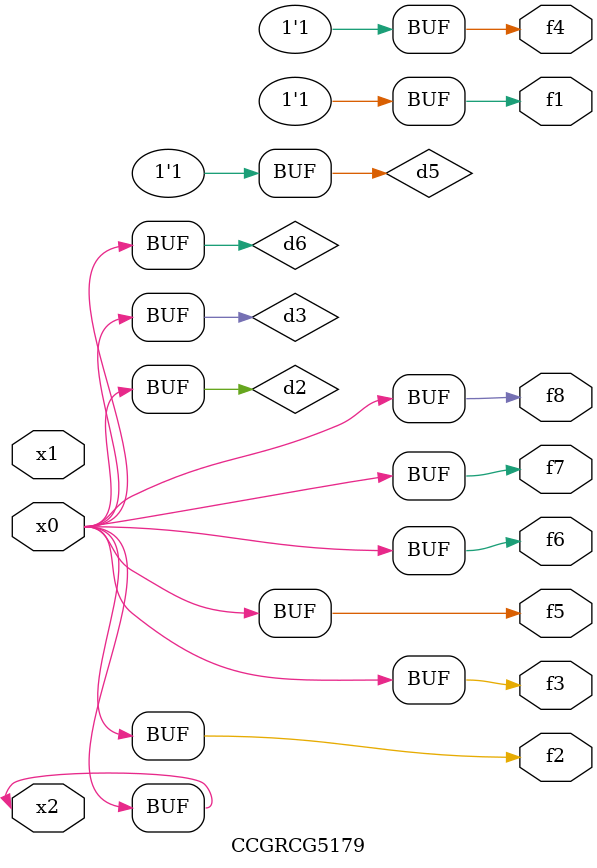
<source format=v>
module CCGRCG5179(
	input x0, x1, x2,
	output f1, f2, f3, f4, f5, f6, f7, f8
);

	wire d1, d2, d3, d4, d5, d6;

	xnor (d1, x2);
	buf (d2, x0, x2);
	and (d3, x0);
	xnor (d4, x1, x2);
	nand (d5, d1, d3);
	buf (d6, d2, d3);
	assign f1 = d5;
	assign f2 = d6;
	assign f3 = d6;
	assign f4 = d5;
	assign f5 = d6;
	assign f6 = d6;
	assign f7 = d6;
	assign f8 = d6;
endmodule

</source>
